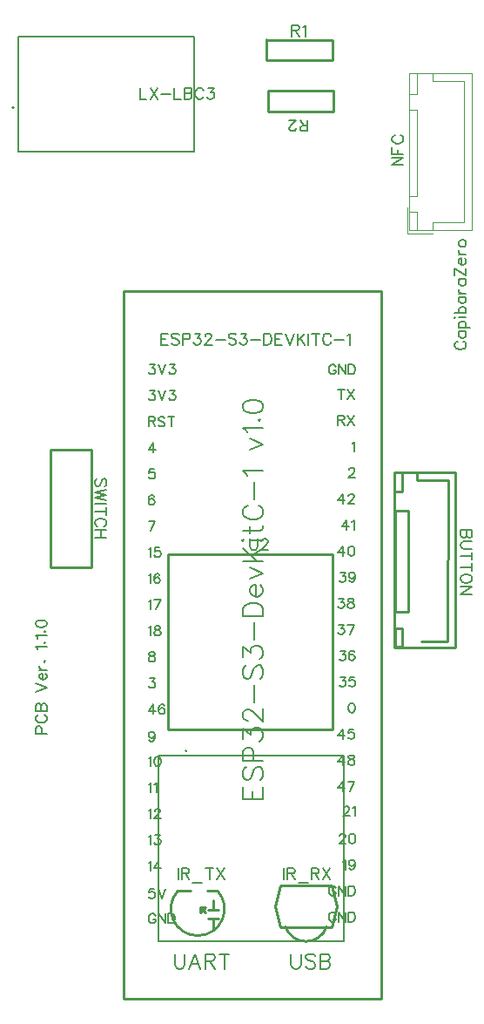
<source format=gto>
G04 Layer: TopSilkscreenLayer*
G04 EasyEDA v6.5.40, 2024-06-27 16:13:32*
G04 1bb4523bb94a4e3199f7f8869f766872,df7e7e3c38a3447abd37b529b333d242,10*
G04 Gerber Generator version 0.2*
G04 Scale: 100 percent, Rotated: No, Reflected: No *
G04 Dimensions in millimeters *
G04 leading zeros omitted , absolute positions ,4 integer and 5 decimal *
%FSLAX45Y45*%
%MOMM*%

%ADD10C,0.1524*%
%ADD11C,0.2032*%
%ADD12C,0.2000*%
%ADD13C,0.2540*%
%ADD14C,0.1200*%
%ADD15C,0.1600*%
%ADD16C,0.0119*%

%LPD*%
D10*
X4800091Y6961378D02*
G01*
X4789677Y6956044D01*
X4779263Y6945629D01*
X4774184Y6935470D01*
X4774184Y6914642D01*
X4779263Y6904228D01*
X4789677Y6893813D01*
X4800091Y6888479D01*
X4815840Y6883400D01*
X4841747Y6883400D01*
X4857241Y6888479D01*
X4867656Y6893813D01*
X4878070Y6904228D01*
X4883150Y6914642D01*
X4883150Y6935470D01*
X4878070Y6945629D01*
X4867656Y6956044D01*
X4857241Y6961378D01*
X4810506Y7057897D02*
G01*
X4883150Y7057897D01*
X4826000Y7057897D02*
G01*
X4815840Y7047484D01*
X4810506Y7037070D01*
X4810506Y7021576D01*
X4815840Y7011162D01*
X4826000Y7000747D01*
X4841747Y6995668D01*
X4852161Y6995668D01*
X4867656Y7000747D01*
X4878070Y7011162D01*
X4883150Y7021576D01*
X4883150Y7037070D01*
X4878070Y7047484D01*
X4867656Y7057897D01*
X4810506Y7092187D02*
G01*
X4919725Y7092187D01*
X4826000Y7092187D02*
G01*
X4815840Y7102602D01*
X4810506Y7113015D01*
X4810506Y7128510D01*
X4815840Y7138923D01*
X4826000Y7149337D01*
X4841747Y7154671D01*
X4852161Y7154671D01*
X4867656Y7149337D01*
X4878070Y7138923D01*
X4883150Y7128510D01*
X4883150Y7113015D01*
X4878070Y7102602D01*
X4867656Y7092187D01*
X4774184Y7188962D02*
G01*
X4779263Y7194042D01*
X4774184Y7199376D01*
X4768850Y7194042D01*
X4774184Y7188962D01*
X4810506Y7194042D02*
G01*
X4883150Y7194042D01*
X4774184Y7233665D02*
G01*
X4883150Y7233665D01*
X4826000Y7233665D02*
G01*
X4815840Y7244079D01*
X4810506Y7254239D01*
X4810506Y7269987D01*
X4815840Y7280402D01*
X4826000Y7290815D01*
X4841747Y7295895D01*
X4852161Y7295895D01*
X4867656Y7290815D01*
X4878070Y7280402D01*
X4883150Y7269987D01*
X4883150Y7254239D01*
X4878070Y7244079D01*
X4867656Y7233665D01*
X4810506Y7392670D02*
G01*
X4883150Y7392670D01*
X4826000Y7392670D02*
G01*
X4815840Y7382255D01*
X4810506Y7371842D01*
X4810506Y7356094D01*
X4815840Y7345679D01*
X4826000Y7335520D01*
X4841747Y7330186D01*
X4852161Y7330186D01*
X4867656Y7335520D01*
X4878070Y7345679D01*
X4883150Y7356094D01*
X4883150Y7371842D01*
X4878070Y7382255D01*
X4867656Y7392670D01*
X4810506Y7426960D02*
G01*
X4883150Y7426960D01*
X4841747Y7426960D02*
G01*
X4826000Y7432039D01*
X4815840Y7442454D01*
X4810506Y7452868D01*
X4810506Y7468362D01*
X4810506Y7565136D02*
G01*
X4883150Y7565136D01*
X4826000Y7565136D02*
G01*
X4815840Y7554721D01*
X4810506Y7544308D01*
X4810506Y7528560D01*
X4815840Y7518400D01*
X4826000Y7507986D01*
X4841747Y7502652D01*
X4852161Y7502652D01*
X4867656Y7507986D01*
X4878070Y7518400D01*
X4883150Y7528560D01*
X4883150Y7544308D01*
X4878070Y7554721D01*
X4867656Y7565136D01*
X4774184Y7672070D02*
G01*
X4883150Y7599426D01*
X4774184Y7599426D02*
G01*
X4774184Y7672070D01*
X4883150Y7599426D02*
G01*
X4883150Y7672070D01*
X4841747Y7706360D02*
G01*
X4841747Y7768589D01*
X4831334Y7768589D01*
X4820920Y7763510D01*
X4815840Y7758429D01*
X4810506Y7748015D01*
X4810506Y7732268D01*
X4815840Y7721854D01*
X4826000Y7711439D01*
X4841747Y7706360D01*
X4852161Y7706360D01*
X4867656Y7711439D01*
X4878070Y7721854D01*
X4883150Y7732268D01*
X4883150Y7748015D01*
X4878070Y7758429D01*
X4867656Y7768589D01*
X4810506Y7802879D02*
G01*
X4883150Y7802879D01*
X4841747Y7802879D02*
G01*
X4826000Y7808213D01*
X4815840Y7818628D01*
X4810506Y7829042D01*
X4810506Y7844536D01*
X4810506Y7904734D02*
G01*
X4815840Y7894320D01*
X4826000Y7884160D01*
X4841747Y7878826D01*
X4852161Y7878826D01*
X4867656Y7884160D01*
X4878070Y7894320D01*
X4883150Y7904734D01*
X4883150Y7920481D01*
X4878070Y7930895D01*
X4867656Y7941310D01*
X4852161Y7946389D01*
X4841747Y7946389D01*
X4826000Y7941310D01*
X4815840Y7930895D01*
X4810506Y7920481D01*
X4810506Y7904734D01*
X697484Y3149600D02*
G01*
X806450Y3149600D01*
X697484Y3149600D02*
G01*
X697484Y3196336D01*
X702563Y3211829D01*
X707897Y3217163D01*
X718312Y3222244D01*
X733805Y3222244D01*
X744220Y3217163D01*
X749300Y3211829D01*
X754634Y3196336D01*
X754634Y3149600D01*
X723392Y3334512D02*
G01*
X712978Y3329431D01*
X702563Y3319018D01*
X697484Y3308604D01*
X697484Y3287776D01*
X702563Y3277362D01*
X712978Y3266947D01*
X723392Y3261868D01*
X739139Y3256534D01*
X765047Y3256534D01*
X780542Y3261868D01*
X790955Y3266947D01*
X801370Y3277362D01*
X806450Y3287776D01*
X806450Y3308604D01*
X801370Y3319018D01*
X790955Y3329431D01*
X780542Y3334512D01*
X697484Y3368802D02*
G01*
X806450Y3368802D01*
X697484Y3368802D02*
G01*
X697484Y3415537D01*
X702563Y3431286D01*
X707897Y3436365D01*
X718312Y3441700D01*
X728726Y3441700D01*
X739139Y3436365D01*
X744220Y3431286D01*
X749300Y3415537D01*
X749300Y3368802D02*
G01*
X749300Y3415537D01*
X754634Y3431286D01*
X759713Y3436365D01*
X770128Y3441700D01*
X785876Y3441700D01*
X796289Y3436365D01*
X801370Y3431286D01*
X806450Y3415537D01*
X806450Y3368802D01*
X697484Y3556000D02*
G01*
X806450Y3597402D01*
X697484Y3639057D02*
G01*
X806450Y3597402D01*
X765047Y3673347D02*
G01*
X765047Y3735578D01*
X754634Y3735578D01*
X744220Y3730497D01*
X739139Y3725163D01*
X733805Y3714750D01*
X733805Y3699255D01*
X739139Y3688842D01*
X749300Y3678428D01*
X765047Y3673347D01*
X775462Y3673347D01*
X790955Y3678428D01*
X801370Y3688842D01*
X806450Y3699255D01*
X806450Y3714750D01*
X801370Y3725163D01*
X790955Y3735578D01*
X733805Y3769868D02*
G01*
X806450Y3769868D01*
X765047Y3769868D02*
G01*
X749300Y3775202D01*
X739139Y3785615D01*
X733805Y3796029D01*
X733805Y3811523D01*
X780542Y3850894D02*
G01*
X785876Y3845813D01*
X790955Y3850894D01*
X785876Y3856228D01*
X780542Y3850894D01*
X718312Y3970528D02*
G01*
X712978Y3980942D01*
X697484Y3996436D01*
X806450Y3996436D01*
X780542Y4036060D02*
G01*
X785876Y4030726D01*
X790955Y4036060D01*
X785876Y4041139D01*
X780542Y4036060D01*
X718312Y4075429D02*
G01*
X712978Y4085844D01*
X697484Y4101337D01*
X806450Y4101337D01*
X780542Y4140962D02*
G01*
X785876Y4135628D01*
X790955Y4140962D01*
X785876Y4146042D01*
X780542Y4140962D01*
X697484Y4211573D02*
G01*
X702563Y4196079D01*
X718312Y4185665D01*
X744220Y4180331D01*
X759713Y4180331D01*
X785876Y4185665D01*
X801370Y4196079D01*
X806450Y4211573D01*
X806450Y4221987D01*
X801370Y4237481D01*
X785876Y4247895D01*
X759713Y4253229D01*
X744220Y4253229D01*
X718312Y4247895D01*
X702563Y4237481D01*
X697484Y4221987D01*
X697484Y4211573D01*
X1714500Y9424415D02*
G01*
X1714500Y9315450D01*
X1714500Y9315450D02*
G01*
X1776729Y9315450D01*
X1811020Y9424415D02*
G01*
X1883918Y9315450D01*
X1883918Y9424415D02*
G01*
X1811020Y9315450D01*
X1918207Y9362186D02*
G01*
X2011679Y9362186D01*
X2045970Y9424415D02*
G01*
X2045970Y9315450D01*
X2045970Y9315450D02*
G01*
X2108200Y9315450D01*
X2142490Y9424415D02*
G01*
X2142490Y9315450D01*
X2142490Y9424415D02*
G01*
X2189479Y9424415D01*
X2204974Y9419336D01*
X2210054Y9414002D01*
X2215388Y9403587D01*
X2215388Y9393174D01*
X2210054Y9382760D01*
X2204974Y9377679D01*
X2189479Y9372600D01*
X2142490Y9372600D02*
G01*
X2189479Y9372600D01*
X2204974Y9367265D01*
X2210054Y9362186D01*
X2215388Y9351771D01*
X2215388Y9336024D01*
X2210054Y9325610D01*
X2204974Y9320529D01*
X2189479Y9315450D01*
X2142490Y9315450D01*
X2327656Y9398508D02*
G01*
X2322322Y9408921D01*
X2311908Y9419336D01*
X2301493Y9424415D01*
X2280920Y9424415D01*
X2270506Y9419336D01*
X2260091Y9408921D01*
X2254758Y9398508D01*
X2249677Y9382760D01*
X2249677Y9356852D01*
X2254758Y9341358D01*
X2260091Y9330944D01*
X2270506Y9320529D01*
X2280920Y9315450D01*
X2301493Y9315450D01*
X2311908Y9320529D01*
X2322322Y9330944D01*
X2327656Y9341358D01*
X2372359Y9424415D02*
G01*
X2429509Y9424415D01*
X2398268Y9382760D01*
X2413761Y9382760D01*
X2424175Y9377679D01*
X2429509Y9372600D01*
X2434590Y9356852D01*
X2434590Y9346437D01*
X2429509Y9330944D01*
X2419095Y9320529D01*
X2403347Y9315450D01*
X2387854Y9315450D01*
X2372359Y9320529D01*
X2367025Y9325610D01*
X2361945Y9336024D01*
X2781300Y5042915D02*
G01*
X2781300Y4964937D01*
X2786379Y4949444D01*
X2796793Y4939029D01*
X2812541Y4933950D01*
X2822956Y4933950D01*
X2838450Y4939029D01*
X2848863Y4949444D01*
X2853943Y4964937D01*
X2853943Y5042915D01*
X2893568Y5017007D02*
G01*
X2893568Y5022087D01*
X2898647Y5032502D01*
X2903981Y5037836D01*
X2914395Y5042915D01*
X2934970Y5042915D01*
X2945384Y5037836D01*
X2950718Y5032502D01*
X2955797Y5022087D01*
X2955797Y5011673D01*
X2950718Y5001260D01*
X2940304Y4985765D01*
X2888234Y4933950D01*
X2961131Y4933950D01*
X3187700Y10034015D02*
G01*
X3187700Y9925050D01*
X3187700Y10034015D02*
G01*
X3234436Y10034015D01*
X3249929Y10028936D01*
X3255263Y10023602D01*
X3260343Y10013187D01*
X3260343Y10002774D01*
X3255263Y9992360D01*
X3249929Y9987279D01*
X3234436Y9982200D01*
X3187700Y9982200D01*
X3224022Y9982200D02*
G01*
X3260343Y9925050D01*
X3294634Y10013187D02*
G01*
X3305047Y10018521D01*
X3320795Y10034015D01*
X3320795Y9925050D01*
X3340100Y9003284D02*
G01*
X3340100Y9112250D01*
X3340100Y9003284D02*
G01*
X3293363Y9003284D01*
X3277870Y9008363D01*
X3272536Y9013697D01*
X3267456Y9024112D01*
X3267456Y9034526D01*
X3272536Y9044939D01*
X3277870Y9050020D01*
X3293363Y9055100D01*
X3340100Y9055100D01*
X3303777Y9055100D02*
G01*
X3267456Y9112250D01*
X3227831Y9029192D02*
G01*
X3227831Y9024112D01*
X3222752Y9013697D01*
X3217418Y9008363D01*
X3207004Y9003284D01*
X3186429Y9003284D01*
X3176015Y9008363D01*
X3170681Y9013697D01*
X3165602Y9024112D01*
X3165602Y9034526D01*
X3170681Y9044939D01*
X3181095Y9060434D01*
X3233165Y9112250D01*
X3160268Y9112250D01*
X2082800Y1842515D02*
G01*
X2082800Y1733550D01*
X2117090Y1842515D02*
G01*
X2117090Y1733550D01*
X2117090Y1842515D02*
G01*
X2163825Y1842515D01*
X2179320Y1837436D01*
X2184654Y1832102D01*
X2189734Y1821687D01*
X2189734Y1811273D01*
X2184654Y1800860D01*
X2179320Y1795779D01*
X2163825Y1790700D01*
X2117090Y1790700D01*
X2153411Y1790700D02*
G01*
X2189734Y1733550D01*
X2224024Y1696973D02*
G01*
X2317750Y1696973D01*
X2388361Y1842515D02*
G01*
X2388361Y1733550D01*
X2352040Y1842515D02*
G01*
X2424684Y1842515D01*
X2458974Y1842515D02*
G01*
X2531618Y1733550D01*
X2531618Y1842515D02*
G01*
X2458974Y1733550D01*
X4941315Y5125491D02*
G01*
X4832350Y5125491D01*
X4941315Y5125491D02*
G01*
X4941315Y5078755D01*
X4936236Y5063261D01*
X4930902Y5057927D01*
X4920488Y5052847D01*
X4910074Y5052847D01*
X4899659Y5057927D01*
X4894579Y5063261D01*
X4889500Y5078755D01*
X4889500Y5125491D02*
G01*
X4889500Y5078755D01*
X4884165Y5063261D01*
X4879086Y5057927D01*
X4868672Y5052847D01*
X4852924Y5052847D01*
X4842509Y5057927D01*
X4837429Y5063261D01*
X4832350Y5078755D01*
X4832350Y5125491D01*
X4941315Y5018557D02*
G01*
X4863338Y5018557D01*
X4847843Y5013223D01*
X4837429Y5002809D01*
X4832350Y4987315D01*
X4832350Y4976901D01*
X4837429Y4961407D01*
X4847843Y4950993D01*
X4863338Y4945659D01*
X4941315Y4945659D01*
X4941315Y4875047D02*
G01*
X4832350Y4875047D01*
X4941315Y4911369D02*
G01*
X4941315Y4838725D01*
X4941315Y4768113D02*
G01*
X4832350Y4768113D01*
X4941315Y4804435D02*
G01*
X4941315Y4731791D01*
X4941315Y4666259D02*
G01*
X4936236Y4676673D01*
X4925822Y4687087D01*
X4915408Y4692167D01*
X4899659Y4697501D01*
X4873752Y4697501D01*
X4858258Y4692167D01*
X4847843Y4687087D01*
X4837429Y4676673D01*
X4832350Y4666259D01*
X4832350Y4645431D01*
X4837429Y4635017D01*
X4847843Y4624603D01*
X4858258Y4619523D01*
X4873752Y4614189D01*
X4899659Y4614189D01*
X4915408Y4619523D01*
X4925822Y4624603D01*
X4936236Y4635017D01*
X4941315Y4645431D01*
X4941315Y4666259D01*
X4941315Y4579899D02*
G01*
X4832350Y4579899D01*
X4941315Y4579899D02*
G01*
X4832350Y4507255D01*
X4941315Y4507255D02*
G01*
X4832350Y4507255D01*
X1917801Y7037908D02*
G01*
X1917801Y6928688D01*
X1917801Y7037908D02*
G01*
X1985365Y7037908D01*
X1917801Y6985838D02*
G01*
X1959203Y6985838D01*
X1917801Y6928688D02*
G01*
X1985365Y6928688D01*
X2092299Y7022160D02*
G01*
X2081885Y7032574D01*
X2066391Y7037908D01*
X2045563Y7037908D01*
X2029815Y7032574D01*
X2019655Y7022160D01*
X2019655Y7011746D01*
X2024735Y7001586D01*
X2029815Y6996252D01*
X2040229Y6991172D01*
X2071471Y6980758D01*
X2081885Y6975424D01*
X2086965Y6970344D01*
X2092299Y6959930D01*
X2092299Y6944436D01*
X2081885Y6934022D01*
X2066391Y6928688D01*
X2045563Y6928688D01*
X2029815Y6934022D01*
X2019655Y6944436D01*
X2126589Y7037908D02*
G01*
X2126589Y6928688D01*
X2126589Y7037908D02*
G01*
X2173325Y7037908D01*
X2188819Y7032574D01*
X2194153Y7027494D01*
X2199233Y7017080D01*
X2199233Y7001586D01*
X2194153Y6991172D01*
X2188819Y6985838D01*
X2173325Y6980758D01*
X2126589Y6980758D01*
X2243937Y7037908D02*
G01*
X2301087Y7037908D01*
X2269845Y6996252D01*
X2285593Y6996252D01*
X2296007Y6991172D01*
X2301087Y6985838D01*
X2306421Y6970344D01*
X2306421Y6959930D01*
X2301087Y6944436D01*
X2290673Y6934022D01*
X2275179Y6928688D01*
X2259685Y6928688D01*
X2243937Y6934022D01*
X2238857Y6939102D01*
X2233523Y6949516D01*
X2345791Y7011746D02*
G01*
X2345791Y7017080D01*
X2351125Y7027494D01*
X2356205Y7032574D01*
X2366619Y7037908D01*
X2387447Y7037908D01*
X2397861Y7032574D01*
X2402941Y7027494D01*
X2408275Y7017080D01*
X2408275Y7006666D01*
X2402941Y6996252D01*
X2392527Y6980758D01*
X2340711Y6928688D01*
X2413355Y6928688D01*
X2447645Y6975424D02*
G01*
X2541117Y6975424D01*
X2648305Y7022160D02*
G01*
X2637891Y7032574D01*
X2622143Y7037908D01*
X2601315Y7037908D01*
X2585821Y7032574D01*
X2575407Y7022160D01*
X2575407Y7011746D01*
X2580741Y7001586D01*
X2585821Y6996252D01*
X2596235Y6991172D01*
X2627477Y6980758D01*
X2637891Y6975424D01*
X2642971Y6970344D01*
X2648305Y6959930D01*
X2648305Y6944436D01*
X2637891Y6934022D01*
X2622143Y6928688D01*
X2601315Y6928688D01*
X2585821Y6934022D01*
X2575407Y6944436D01*
X2692755Y7037908D02*
G01*
X2749905Y7037908D01*
X2718917Y6996252D01*
X2734411Y6996252D01*
X2744825Y6991172D01*
X2749905Y6985838D01*
X2755239Y6970344D01*
X2755239Y6959930D01*
X2749905Y6944436D01*
X2739745Y6934022D01*
X2723997Y6928688D01*
X2708503Y6928688D01*
X2692755Y6934022D01*
X2687675Y6939102D01*
X2682595Y6949516D01*
X2789529Y6975424D02*
G01*
X2883001Y6975424D01*
X2917291Y7037908D02*
G01*
X2917291Y6928688D01*
X2917291Y7037908D02*
G01*
X2953613Y7037908D01*
X2969361Y7032574D01*
X2979775Y7022160D01*
X2984855Y7011746D01*
X2989935Y6996252D01*
X2989935Y6970344D01*
X2984855Y6954596D01*
X2979775Y6944436D01*
X2969361Y6934022D01*
X2953613Y6928688D01*
X2917291Y6928688D01*
X3024225Y7037908D02*
G01*
X3024225Y6928688D01*
X3024225Y7037908D02*
G01*
X3091789Y7037908D01*
X3024225Y6985838D02*
G01*
X3065881Y6985838D01*
X3024225Y6928688D02*
G01*
X3091789Y6928688D01*
X3126079Y7037908D02*
G01*
X3167735Y6928688D01*
X3209391Y7037908D02*
G01*
X3167735Y6928688D01*
X3243681Y7037908D02*
G01*
X3243681Y6928688D01*
X3316325Y7037908D02*
G01*
X3243681Y6965010D01*
X3269589Y6991172D02*
G01*
X3316325Y6928688D01*
X3350615Y7037908D02*
G01*
X3350615Y6928688D01*
X3421227Y7037908D02*
G01*
X3421227Y6928688D01*
X3384905Y7037908D02*
G01*
X3457549Y7037908D01*
X3569817Y7011746D02*
G01*
X3564737Y7022160D01*
X3554323Y7032574D01*
X3543909Y7037908D01*
X3523081Y7037908D01*
X3512667Y7032574D01*
X3502253Y7022160D01*
X3497173Y7011746D01*
X3491839Y6996252D01*
X3491839Y6970344D01*
X3497173Y6954596D01*
X3502253Y6944436D01*
X3512667Y6934022D01*
X3523081Y6928688D01*
X3543909Y6928688D01*
X3554323Y6934022D01*
X3564737Y6944436D01*
X3569817Y6954596D01*
X3604107Y6975424D02*
G01*
X3697579Y6975424D01*
X3731869Y7017080D02*
G01*
X3742283Y7022160D01*
X3758031Y7037908D01*
X3758031Y6928688D01*
D11*
X2716027Y2514610D02*
G01*
X2909829Y2514610D01*
X2716027Y2514610D02*
G01*
X2716027Y2634752D01*
X2808229Y2514610D02*
G01*
X2808229Y2588524D01*
X2909829Y2514610D02*
G01*
X2909829Y2634752D01*
X2743713Y2824998D02*
G01*
X2725171Y2806456D01*
X2716027Y2778770D01*
X2716027Y2741940D01*
X2725171Y2714000D01*
X2743713Y2695712D01*
X2762255Y2695712D01*
X2780543Y2704856D01*
X2789941Y2714000D01*
X2799085Y2732542D01*
X2817627Y2787914D01*
X2826771Y2806456D01*
X2835915Y2815600D01*
X2854457Y2824998D01*
X2882143Y2824998D01*
X2900685Y2806456D01*
X2909829Y2778770D01*
X2909829Y2741940D01*
X2900685Y2714000D01*
X2882143Y2695712D01*
X2716027Y2885958D02*
G01*
X2909829Y2885958D01*
X2716027Y2885958D02*
G01*
X2716027Y2969016D01*
X2725171Y2996702D01*
X2734315Y3006100D01*
X2752857Y3015244D01*
X2780543Y3015244D01*
X2799085Y3006100D01*
X2808229Y2996702D01*
X2817627Y2969016D01*
X2817627Y2885958D01*
X2716027Y3094746D02*
G01*
X2716027Y3196346D01*
X2789941Y3140720D01*
X2789941Y3168660D01*
X2799085Y3186948D01*
X2808229Y3196346D01*
X2835915Y3205490D01*
X2854457Y3205490D01*
X2882143Y3196346D01*
X2900685Y3177804D01*
X2909829Y3150118D01*
X2909829Y3122432D01*
X2900685Y3094746D01*
X2891541Y3085348D01*
X2872999Y3076204D01*
X2762255Y3275594D02*
G01*
X2752857Y3275594D01*
X2734315Y3284992D01*
X2725171Y3294136D01*
X2716027Y3312678D01*
X2716027Y3349508D01*
X2725171Y3368050D01*
X2734315Y3377194D01*
X2752857Y3386592D01*
X2771399Y3386592D01*
X2789941Y3377194D01*
X2817627Y3358906D01*
X2909829Y3266450D01*
X2909829Y3395736D01*
X2826771Y3456696D02*
G01*
X2826771Y3623066D01*
X2743713Y3813312D02*
G01*
X2725171Y3794770D01*
X2716027Y3767084D01*
X2716027Y3730000D01*
X2725171Y3702314D01*
X2743713Y3684026D01*
X2762255Y3684026D01*
X2780543Y3693170D01*
X2789941Y3702314D01*
X2799085Y3720856D01*
X2817627Y3776228D01*
X2826771Y3794770D01*
X2835915Y3803914D01*
X2854457Y3813312D01*
X2882143Y3813312D01*
X2900685Y3794770D01*
X2909829Y3767084D01*
X2909829Y3730000D01*
X2900685Y3702314D01*
X2882143Y3684026D01*
X2716027Y3892560D02*
G01*
X2716027Y3994160D01*
X2789941Y3938788D01*
X2789941Y3966474D01*
X2799085Y3985016D01*
X2808229Y3994160D01*
X2835915Y4003558D01*
X2854457Y4003558D01*
X2882143Y3994160D01*
X2900685Y3975872D01*
X2909829Y3948186D01*
X2909829Y3920500D01*
X2900685Y3892560D01*
X2891541Y3883416D01*
X2872999Y3874272D01*
X2826771Y4064518D02*
G01*
X2826771Y4230634D01*
X2716027Y4291594D02*
G01*
X2909829Y4291594D01*
X2716027Y4291594D02*
G01*
X2716027Y4356364D01*
X2725171Y4384050D01*
X2743713Y4402592D01*
X2762255Y4411736D01*
X2789941Y4420880D01*
X2835915Y4420880D01*
X2863855Y4411736D01*
X2882143Y4402592D01*
X2900685Y4384050D01*
X2909829Y4356364D01*
X2909829Y4291594D01*
X2835915Y4481840D02*
G01*
X2835915Y4592838D01*
X2817627Y4592838D01*
X2799085Y4583440D01*
X2789941Y4574296D01*
X2780543Y4555754D01*
X2780543Y4528068D01*
X2789941Y4509780D01*
X2808229Y4491238D01*
X2835915Y4481840D01*
X2854457Y4481840D01*
X2882143Y4491238D01*
X2900685Y4509780D01*
X2909829Y4528068D01*
X2909829Y4555754D01*
X2900685Y4574296D01*
X2882143Y4592838D01*
X2780543Y4653798D02*
G01*
X2909829Y4709170D01*
X2780543Y4764542D02*
G01*
X2909829Y4709170D01*
X2716027Y4825502D02*
G01*
X2909829Y4825502D01*
X2716027Y4954788D02*
G01*
X2845313Y4825502D01*
X2799085Y4871730D02*
G01*
X2909829Y4954788D01*
X2716027Y5015748D02*
G01*
X2725171Y5025146D01*
X2716027Y5034290D01*
X2706629Y5025146D01*
X2716027Y5015748D01*
X2780543Y5025146D02*
G01*
X2909829Y5025146D01*
X2716027Y5122936D02*
G01*
X2872999Y5122936D01*
X2900685Y5132080D01*
X2909829Y5150622D01*
X2909829Y5169164D01*
X2780543Y5095250D02*
G01*
X2780543Y5160020D01*
X2762255Y5368554D02*
G01*
X2743713Y5359410D01*
X2725171Y5340868D01*
X2716027Y5322580D01*
X2716027Y5285496D01*
X2725171Y5266954D01*
X2743713Y5248666D01*
X2762255Y5239268D01*
X2789941Y5230124D01*
X2835915Y5230124D01*
X2863855Y5239268D01*
X2882143Y5248666D01*
X2900685Y5266954D01*
X2909829Y5285496D01*
X2909829Y5322580D01*
X2900685Y5340868D01*
X2882143Y5359410D01*
X2863855Y5368554D01*
X2826771Y5429514D02*
G01*
X2826771Y5595884D01*
X2752857Y5656844D02*
G01*
X2743713Y5675386D01*
X2716027Y5703072D01*
X2909829Y5703072D01*
X2780543Y5906272D02*
G01*
X2909829Y5961644D01*
X2780543Y6017016D02*
G01*
X2909829Y5961644D01*
X2752857Y6077976D02*
G01*
X2743713Y6096518D01*
X2716027Y6124204D01*
X2909829Y6124204D01*
X2863855Y6194308D02*
G01*
X2872999Y6185164D01*
X2882143Y6194308D01*
X2872999Y6203706D01*
X2863855Y6194308D01*
X2716027Y6320038D02*
G01*
X2725171Y6292352D01*
X2752857Y6273810D01*
X2799085Y6264666D01*
X2826771Y6264666D01*
X2872999Y6273810D01*
X2900685Y6292352D01*
X2909829Y6320038D01*
X2909829Y6338580D01*
X2900685Y6366266D01*
X2872999Y6384554D01*
X2826771Y6393952D01*
X2799085Y6393952D01*
X2752857Y6384554D01*
X2725171Y6366266D01*
X2716027Y6338580D01*
X2716027Y6320038D01*
D12*
X1805939Y6737324D02*
G01*
X1855978Y6737324D01*
X1828545Y6701002D01*
X1842262Y6701002D01*
X1851405Y6696430D01*
X1855978Y6691858D01*
X1860550Y6678396D01*
X1860550Y6669252D01*
X1855978Y6655536D01*
X1846834Y6646392D01*
X1833118Y6641820D01*
X1819402Y6641820D01*
X1805939Y6646392D01*
X1801368Y6650964D01*
X1796795Y6660108D01*
X1890521Y6737324D02*
G01*
X1926844Y6641820D01*
X1963165Y6737324D02*
G01*
X1926844Y6641820D01*
X2002281Y6737324D02*
G01*
X2052320Y6737324D01*
X2024888Y6701002D01*
X2038604Y6701002D01*
X2047747Y6696430D01*
X2052320Y6691858D01*
X2056891Y6678396D01*
X2056891Y6669252D01*
X2052320Y6655536D01*
X2043175Y6646392D01*
X2029459Y6641820D01*
X2015997Y6641820D01*
X2002281Y6646392D01*
X1997709Y6650964D01*
X1993138Y6660108D01*
X1805939Y6483324D02*
G01*
X1855978Y6483324D01*
X1828545Y6447002D01*
X1842262Y6447002D01*
X1851405Y6442430D01*
X1855978Y6437858D01*
X1860550Y6424396D01*
X1860550Y6415252D01*
X1855978Y6401536D01*
X1846834Y6392392D01*
X1833118Y6387820D01*
X1819402Y6387820D01*
X1805939Y6392392D01*
X1801368Y6396964D01*
X1796795Y6406108D01*
X1890521Y6483324D02*
G01*
X1926844Y6387820D01*
X1963165Y6483324D02*
G01*
X1926844Y6387820D01*
X2002281Y6483324D02*
G01*
X2052320Y6483324D01*
X2024888Y6447002D01*
X2038604Y6447002D01*
X2047747Y6442430D01*
X2052320Y6437858D01*
X2056891Y6424396D01*
X2056891Y6415252D01*
X2052320Y6401536D01*
X2043175Y6392392D01*
X2029459Y6387820D01*
X2015997Y6387820D01*
X2002281Y6392392D01*
X1997709Y6396964D01*
X1993138Y6406108D01*
X1842262Y5975324D02*
G01*
X1796795Y5911824D01*
X1864868Y5911824D01*
X1842262Y5975324D02*
G01*
X1842262Y5879820D01*
X1851405Y5721324D02*
G01*
X1805939Y5721324D01*
X1801368Y5680430D01*
X1805939Y5685002D01*
X1819402Y5689574D01*
X1833118Y5689574D01*
X1846834Y5685002D01*
X1855978Y5675858D01*
X1860550Y5662396D01*
X1860550Y5653252D01*
X1855978Y5639536D01*
X1846834Y5630392D01*
X1833118Y5625820D01*
X1819402Y5625820D01*
X1805939Y5630392D01*
X1801368Y5634964D01*
X1796795Y5644108D01*
X1851405Y5453862D02*
G01*
X1846834Y5462752D01*
X1833118Y5467324D01*
X1823973Y5467324D01*
X1810512Y5462752D01*
X1801368Y5449290D01*
X1796795Y5426430D01*
X1796795Y5403824D01*
X1801368Y5385536D01*
X1810512Y5376392D01*
X1823973Y5371820D01*
X1828545Y5371820D01*
X1842262Y5376392D01*
X1851405Y5385536D01*
X1855978Y5399252D01*
X1855978Y5403824D01*
X1851405Y5417286D01*
X1842262Y5426430D01*
X1828545Y5431002D01*
X1823973Y5431002D01*
X1810512Y5426430D01*
X1801368Y5417286D01*
X1796795Y5403824D01*
X1860550Y5213324D02*
G01*
X1815084Y5117820D01*
X1796795Y5213324D02*
G01*
X1860550Y5213324D01*
X1796795Y4941290D02*
G01*
X1805939Y4945862D01*
X1819402Y4959324D01*
X1819402Y4863820D01*
X1903984Y4959324D02*
G01*
X1858518Y4959324D01*
X1853945Y4918430D01*
X1858518Y4923002D01*
X1872234Y4927574D01*
X1885950Y4927574D01*
X1899412Y4923002D01*
X1908555Y4913858D01*
X1913128Y4900396D01*
X1913128Y4891252D01*
X1908555Y4877536D01*
X1899412Y4868392D01*
X1885950Y4863820D01*
X1872234Y4863820D01*
X1858518Y4868392D01*
X1853945Y4872964D01*
X1849628Y4882108D01*
X1796795Y4687290D02*
G01*
X1805939Y4691862D01*
X1819402Y4705324D01*
X1819402Y4609820D01*
X1903984Y4691862D02*
G01*
X1899412Y4700752D01*
X1885950Y4705324D01*
X1876805Y4705324D01*
X1863089Y4700752D01*
X1853945Y4687290D01*
X1849628Y4664430D01*
X1849628Y4641824D01*
X1853945Y4623536D01*
X1863089Y4614392D01*
X1876805Y4609820D01*
X1881378Y4609820D01*
X1895094Y4614392D01*
X1903984Y4623536D01*
X1908555Y4637252D01*
X1908555Y4641824D01*
X1903984Y4655286D01*
X1895094Y4664430D01*
X1881378Y4669002D01*
X1876805Y4669002D01*
X1863089Y4664430D01*
X1853945Y4655286D01*
X1849628Y4641824D01*
X1796795Y4433290D02*
G01*
X1805939Y4437862D01*
X1819402Y4451324D01*
X1819402Y4355820D01*
X1913128Y4451324D02*
G01*
X1867662Y4355820D01*
X1849628Y4451324D02*
G01*
X1913128Y4451324D01*
X1796795Y4179290D02*
G01*
X1805939Y4183862D01*
X1819402Y4197324D01*
X1819402Y4101820D01*
X1872234Y4197324D02*
G01*
X1858518Y4192752D01*
X1853945Y4183862D01*
X1853945Y4174718D01*
X1858518Y4165574D01*
X1867662Y4161002D01*
X1885950Y4156430D01*
X1899412Y4151858D01*
X1908555Y4142968D01*
X1913128Y4133824D01*
X1913128Y4120108D01*
X1908555Y4110964D01*
X1903984Y4106392D01*
X1890521Y4101820D01*
X1872234Y4101820D01*
X1858518Y4106392D01*
X1853945Y4110964D01*
X1849628Y4120108D01*
X1849628Y4133824D01*
X1853945Y4142968D01*
X1863089Y4151858D01*
X1876805Y4156430D01*
X1895094Y4161002D01*
X1903984Y4165574D01*
X1908555Y4174718D01*
X1908555Y4183862D01*
X1903984Y4192752D01*
X1890521Y4197324D01*
X1872234Y4197324D01*
X1819402Y3943324D02*
G01*
X1805939Y3938752D01*
X1801368Y3929862D01*
X1801368Y3920718D01*
X1805939Y3911574D01*
X1815084Y3907002D01*
X1833118Y3902430D01*
X1846834Y3897858D01*
X1855978Y3888968D01*
X1860550Y3879824D01*
X1860550Y3866108D01*
X1855978Y3856964D01*
X1851405Y3852392D01*
X1837689Y3847820D01*
X1819402Y3847820D01*
X1805939Y3852392D01*
X1801368Y3856964D01*
X1796795Y3866108D01*
X1796795Y3879824D01*
X1801368Y3888968D01*
X1810512Y3897858D01*
X1823973Y3902430D01*
X1842262Y3907002D01*
X1851405Y3911574D01*
X1855978Y3920718D01*
X1855978Y3929862D01*
X1851405Y3938752D01*
X1837689Y3943324D01*
X1819402Y3943324D01*
X1805939Y3689324D02*
G01*
X1855978Y3689324D01*
X1828545Y3653002D01*
X1842262Y3653002D01*
X1851405Y3648430D01*
X1855978Y3643858D01*
X1860550Y3630396D01*
X1860550Y3621252D01*
X1855978Y3607536D01*
X1846834Y3598392D01*
X1833118Y3593820D01*
X1819402Y3593820D01*
X1805939Y3598392D01*
X1801368Y3602964D01*
X1796795Y3612108D01*
X1842262Y3435324D02*
G01*
X1796795Y3371824D01*
X1864868Y3371824D01*
X1842262Y3435324D02*
G01*
X1842262Y3339820D01*
X1949450Y3421862D02*
G01*
X1944877Y3430752D01*
X1931415Y3435324D01*
X1922271Y3435324D01*
X1908555Y3430752D01*
X1899412Y3417290D01*
X1895094Y3394430D01*
X1895094Y3371824D01*
X1899412Y3353536D01*
X1908555Y3344392D01*
X1922271Y3339820D01*
X1926844Y3339820D01*
X1940559Y3344392D01*
X1949450Y3353536D01*
X1954022Y3367252D01*
X1954022Y3371824D01*
X1949450Y3385286D01*
X1940559Y3394430D01*
X1926844Y3399002D01*
X1922271Y3399002D01*
X1908555Y3394430D01*
X1899412Y3385286D01*
X1895094Y3371824D01*
X1855978Y3136874D02*
G01*
X1851405Y3123158D01*
X1842262Y3114268D01*
X1828545Y3109696D01*
X1823973Y3109696D01*
X1810512Y3114268D01*
X1801368Y3123158D01*
X1796795Y3136874D01*
X1796795Y3141446D01*
X1801368Y3155162D01*
X1810512Y3164052D01*
X1823973Y3168624D01*
X1828545Y3168624D01*
X1842262Y3164052D01*
X1851405Y3155162D01*
X1855978Y3136874D01*
X1855978Y3114268D01*
X1851405Y3091408D01*
X1842262Y3077692D01*
X1828545Y3073374D01*
X1819402Y3073374D01*
X1805939Y3077692D01*
X1801368Y3086836D01*
X1796795Y2909290D02*
G01*
X1805939Y2913862D01*
X1819402Y2927324D01*
X1819402Y2832074D01*
X1876805Y2927324D02*
G01*
X1863089Y2922752D01*
X1853945Y2909290D01*
X1849628Y2886430D01*
X1849628Y2872968D01*
X1853945Y2850108D01*
X1863089Y2836392D01*
X1876805Y2832074D01*
X1885950Y2832074D01*
X1899412Y2836392D01*
X1908555Y2850108D01*
X1913128Y2872968D01*
X1913128Y2886430D01*
X1908555Y2909290D01*
X1899412Y2922752D01*
X1885950Y2927324D01*
X1876805Y2927324D01*
X1796795Y2655290D02*
G01*
X1805939Y2659862D01*
X1819402Y2673324D01*
X1819402Y2578074D01*
X1849628Y2655290D02*
G01*
X1858518Y2659862D01*
X1872234Y2673324D01*
X1872234Y2578074D01*
X1796795Y2401290D02*
G01*
X1805939Y2405862D01*
X1819402Y2419324D01*
X1819402Y2324074D01*
X1853945Y2396718D02*
G01*
X1853945Y2401290D01*
X1858518Y2410434D01*
X1863089Y2414752D01*
X1872234Y2419324D01*
X1890521Y2419324D01*
X1899412Y2414752D01*
X1903984Y2410434D01*
X1908555Y2401290D01*
X1908555Y2392146D01*
X1903984Y2383002D01*
X1895094Y2369286D01*
X1849628Y2324074D01*
X1913128Y2324074D01*
X1796795Y2147290D02*
G01*
X1805939Y2151862D01*
X1819402Y2165324D01*
X1819402Y2070074D01*
X1858518Y2165324D02*
G01*
X1908555Y2165324D01*
X1881378Y2129002D01*
X1895094Y2129002D01*
X1903984Y2124430D01*
X1908555Y2119858D01*
X1913128Y2106396D01*
X1913128Y2097252D01*
X1908555Y2083536D01*
X1899412Y2074392D01*
X1885950Y2070074D01*
X1872234Y2070074D01*
X1858518Y2074392D01*
X1853945Y2078964D01*
X1849628Y2088108D01*
X1796795Y1893290D02*
G01*
X1805939Y1897862D01*
X1819402Y1911324D01*
X1819402Y1816074D01*
X1895094Y1911324D02*
G01*
X1849628Y1847824D01*
X1917700Y1847824D01*
X1895094Y1911324D02*
G01*
X1895094Y1816074D01*
X1851405Y1644624D02*
G01*
X1805939Y1644624D01*
X1801368Y1603730D01*
X1805939Y1608302D01*
X1819402Y1612874D01*
X1833118Y1612874D01*
X1846834Y1608302D01*
X1855978Y1599158D01*
X1860550Y1585696D01*
X1860550Y1576552D01*
X1855978Y1562836D01*
X1846834Y1553692D01*
X1833118Y1549374D01*
X1819402Y1549374D01*
X1805939Y1553692D01*
X1801368Y1558264D01*
X1796795Y1567408D01*
X1890521Y1644624D02*
G01*
X1926844Y1549374D01*
X1963165Y1644624D02*
G01*
X1926844Y1549374D01*
X1864868Y1380718D02*
G01*
X1860550Y1389862D01*
X1851405Y1398752D01*
X1842262Y1403324D01*
X1823973Y1403324D01*
X1815084Y1398752D01*
X1805939Y1389862D01*
X1801368Y1380718D01*
X1796795Y1367002D01*
X1796795Y1344396D01*
X1801368Y1330680D01*
X1805939Y1321536D01*
X1815084Y1312392D01*
X1823973Y1308074D01*
X1842262Y1308074D01*
X1851405Y1312392D01*
X1860550Y1321536D01*
X1864868Y1330680D01*
X1864868Y1344396D01*
X1842262Y1344396D02*
G01*
X1864868Y1344396D01*
X1895094Y1403324D02*
G01*
X1895094Y1308074D01*
X1895094Y1403324D02*
G01*
X1958593Y1308074D01*
X1958593Y1403324D02*
G01*
X1958593Y1308074D01*
X1988565Y1403324D02*
G01*
X1988565Y1308074D01*
X1988565Y1403324D02*
G01*
X2020315Y1403324D01*
X2034031Y1398752D01*
X2043175Y1389862D01*
X2047747Y1380718D01*
X2052320Y1367002D01*
X2052320Y1344396D01*
X2047747Y1330680D01*
X2043175Y1321536D01*
X2034031Y1312392D01*
X2020315Y1308074D01*
X1988565Y1308074D01*
X1796795Y6229324D02*
G01*
X1796795Y6133820D01*
X1796795Y6229324D02*
G01*
X1837689Y6229324D01*
X1851405Y6224752D01*
X1855978Y6220180D01*
X1860550Y6211290D01*
X1860550Y6202146D01*
X1855978Y6193002D01*
X1851405Y6188430D01*
X1837689Y6183858D01*
X1796795Y6183858D01*
X1828545Y6183858D02*
G01*
X1860550Y6133820D01*
X1954022Y6215862D02*
G01*
X1944877Y6224752D01*
X1931415Y6229324D01*
X1913128Y6229324D01*
X1899412Y6224752D01*
X1890521Y6215862D01*
X1890521Y6206718D01*
X1895094Y6197574D01*
X1899412Y6193002D01*
X1908555Y6188430D01*
X1935988Y6179286D01*
X1944877Y6174968D01*
X1949450Y6170396D01*
X1954022Y6161252D01*
X1954022Y6147536D01*
X1944877Y6138392D01*
X1931415Y6133820D01*
X1913128Y6133820D01*
X1899412Y6138392D01*
X1890521Y6147536D01*
X2015997Y6229324D02*
G01*
X2015997Y6133820D01*
X1983993Y6229324D02*
G01*
X2047747Y6229324D01*
X3617468Y6714718D02*
G01*
X3613150Y6723862D01*
X3604006Y6732752D01*
X3594861Y6737324D01*
X3576574Y6737324D01*
X3567684Y6732752D01*
X3558540Y6723862D01*
X3553968Y6714718D01*
X3549395Y6701002D01*
X3549395Y6678396D01*
X3553968Y6664680D01*
X3558540Y6655536D01*
X3567684Y6646392D01*
X3576574Y6641820D01*
X3594861Y6641820D01*
X3604006Y6646392D01*
X3613150Y6655536D01*
X3617468Y6664680D01*
X3617468Y6678396D01*
X3594861Y6678396D02*
G01*
X3617468Y6678396D01*
X3647693Y6737324D02*
G01*
X3647693Y6641820D01*
X3647693Y6737324D02*
G01*
X3711193Y6641820D01*
X3711193Y6737324D02*
G01*
X3711193Y6641820D01*
X3741165Y6737324D02*
G01*
X3741165Y6641820D01*
X3741165Y6737324D02*
G01*
X3772915Y6737324D01*
X3786631Y6732752D01*
X3795775Y6723862D01*
X3800347Y6714718D01*
X3804920Y6701002D01*
X3804920Y6678396D01*
X3800347Y6664680D01*
X3795775Y6655536D01*
X3786631Y6646392D01*
X3772915Y6641820D01*
X3741165Y6641820D01*
X3670045Y6496024D02*
G01*
X3670045Y6400520D01*
X3638295Y6496024D02*
G01*
X3702050Y6496024D01*
X3732022Y6496024D02*
G01*
X3795522Y6400520D01*
X3795522Y6496024D02*
G01*
X3732022Y6400520D01*
X3638295Y6242024D02*
G01*
X3638295Y6146520D01*
X3638295Y6242024D02*
G01*
X3679190Y6242024D01*
X3692906Y6237452D01*
X3697477Y6232880D01*
X3702050Y6223990D01*
X3702050Y6214846D01*
X3697477Y6205702D01*
X3692906Y6201130D01*
X3679190Y6196558D01*
X3638295Y6196558D01*
X3670045Y6196558D02*
G01*
X3702050Y6146520D01*
X3732022Y6242024D02*
G01*
X3795522Y6146520D01*
X3795522Y6242024D02*
G01*
X3732022Y6146520D01*
X3777995Y5969990D02*
G01*
X3787140Y5974562D01*
X3800602Y5988024D01*
X3800602Y5892520D01*
X3744468Y5711418D02*
G01*
X3744468Y5715990D01*
X3749040Y5724880D01*
X3753611Y5729452D01*
X3762502Y5734024D01*
X3780790Y5734024D01*
X3789934Y5729452D01*
X3794506Y5724880D01*
X3799077Y5715990D01*
X3799077Y5706846D01*
X3794506Y5697702D01*
X3785361Y5683986D01*
X3739895Y5638520D01*
X3803650Y5638520D01*
X3683761Y5480024D02*
G01*
X3638295Y5416524D01*
X3706368Y5416524D01*
X3683761Y5480024D02*
G01*
X3683761Y5384520D01*
X3740911Y5457418D02*
G01*
X3740911Y5461990D01*
X3745484Y5470880D01*
X3750056Y5475452D01*
X3759200Y5480024D01*
X3777488Y5480024D01*
X3786377Y5475452D01*
X3790950Y5470880D01*
X3795522Y5461990D01*
X3795522Y5452846D01*
X3790950Y5443702D01*
X3781806Y5429986D01*
X3736593Y5384520D01*
X3800093Y5384520D01*
X3721861Y5226024D02*
G01*
X3676395Y5162524D01*
X3744468Y5162524D01*
X3721861Y5226024D02*
G01*
X3721861Y5130520D01*
X3774693Y5207990D02*
G01*
X3783584Y5212562D01*
X3797300Y5226024D01*
X3797300Y5130520D01*
X3683761Y4972024D02*
G01*
X3638295Y4908524D01*
X3706368Y4908524D01*
X3683761Y4972024D02*
G01*
X3683761Y4876520D01*
X3763772Y4972024D02*
G01*
X3750056Y4967452D01*
X3740911Y4953990D01*
X3736593Y4931130D01*
X3736593Y4917668D01*
X3740911Y4894808D01*
X3750056Y4881092D01*
X3763772Y4876520D01*
X3772915Y4876520D01*
X3786377Y4881092D01*
X3795522Y4894808D01*
X3800093Y4917668D01*
X3800093Y4931130D01*
X3795522Y4953990D01*
X3786377Y4967452D01*
X3772915Y4972024D01*
X3763772Y4972024D01*
X3660140Y4718024D02*
G01*
X3710177Y4718024D01*
X3682745Y4681702D01*
X3696461Y4681702D01*
X3705606Y4677130D01*
X3710177Y4672558D01*
X3714750Y4659096D01*
X3714750Y4649952D01*
X3710177Y4636236D01*
X3701034Y4627092D01*
X3687318Y4622520D01*
X3673602Y4622520D01*
X3660140Y4627092D01*
X3655568Y4631664D01*
X3650995Y4640808D01*
X3803650Y4686274D02*
G01*
X3799077Y4672558D01*
X3790188Y4663668D01*
X3776472Y4659096D01*
X3771900Y4659096D01*
X3758184Y4663668D01*
X3749293Y4672558D01*
X3744722Y4686274D01*
X3744722Y4690846D01*
X3749293Y4704562D01*
X3758184Y4713452D01*
X3771900Y4718024D01*
X3776472Y4718024D01*
X3790188Y4713452D01*
X3799077Y4704562D01*
X3803650Y4686274D01*
X3803650Y4663668D01*
X3799077Y4640808D01*
X3790188Y4627092D01*
X3776472Y4622520D01*
X3767327Y4622520D01*
X3753611Y4627092D01*
X3749293Y4636236D01*
X3647440Y4464024D02*
G01*
X3697477Y4464024D01*
X3670045Y4427702D01*
X3683761Y4427702D01*
X3692906Y4423130D01*
X3697477Y4418558D01*
X3702050Y4405096D01*
X3702050Y4395952D01*
X3697477Y4382236D01*
X3688334Y4373092D01*
X3674618Y4368520D01*
X3660902Y4368520D01*
X3647440Y4373092D01*
X3642868Y4377664D01*
X3638295Y4386808D01*
X3754627Y4464024D02*
G01*
X3740911Y4459452D01*
X3736593Y4450562D01*
X3736593Y4441418D01*
X3740911Y4432274D01*
X3750056Y4427702D01*
X3768343Y4423130D01*
X3781806Y4418558D01*
X3790950Y4409668D01*
X3795522Y4400524D01*
X3795522Y4386808D01*
X3790950Y4377664D01*
X3786377Y4373092D01*
X3772915Y4368520D01*
X3754627Y4368520D01*
X3740911Y4373092D01*
X3736593Y4377664D01*
X3732022Y4386808D01*
X3732022Y4400524D01*
X3736593Y4409668D01*
X3745484Y4418558D01*
X3759200Y4423130D01*
X3777488Y4427702D01*
X3786377Y4432274D01*
X3790950Y4441418D01*
X3790950Y4450562D01*
X3786377Y4459452D01*
X3772915Y4464024D01*
X3754627Y4464024D01*
X3647440Y4210024D02*
G01*
X3697477Y4210024D01*
X3670045Y4173702D01*
X3683761Y4173702D01*
X3692906Y4169130D01*
X3697477Y4164558D01*
X3702050Y4151096D01*
X3702050Y4141952D01*
X3697477Y4128236D01*
X3688334Y4119092D01*
X3674618Y4114520D01*
X3660902Y4114520D01*
X3647440Y4119092D01*
X3642868Y4123664D01*
X3638295Y4132808D01*
X3795522Y4210024D02*
G01*
X3750056Y4114520D01*
X3732022Y4210024D02*
G01*
X3795522Y4210024D01*
X3660140Y3956024D02*
G01*
X3710177Y3956024D01*
X3682745Y3919702D01*
X3696461Y3919702D01*
X3705606Y3915130D01*
X3710177Y3910558D01*
X3714750Y3897096D01*
X3714750Y3887952D01*
X3710177Y3874236D01*
X3701034Y3865092D01*
X3687318Y3860520D01*
X3673602Y3860520D01*
X3660140Y3865092D01*
X3655568Y3869664D01*
X3650995Y3878808D01*
X3799077Y3942562D02*
G01*
X3794506Y3951452D01*
X3781043Y3956024D01*
X3771900Y3956024D01*
X3758184Y3951452D01*
X3749293Y3937990D01*
X3744722Y3915130D01*
X3744722Y3892524D01*
X3749293Y3874236D01*
X3758184Y3865092D01*
X3771900Y3860520D01*
X3776472Y3860520D01*
X3790188Y3865092D01*
X3799077Y3874236D01*
X3803650Y3887952D01*
X3803650Y3892524D01*
X3799077Y3905986D01*
X3790188Y3915130D01*
X3776472Y3919702D01*
X3771900Y3919702D01*
X3758184Y3915130D01*
X3749293Y3905986D01*
X3744722Y3892524D01*
X3660140Y3702024D02*
G01*
X3710177Y3702024D01*
X3682745Y3665702D01*
X3696461Y3665702D01*
X3705606Y3661130D01*
X3710177Y3656558D01*
X3714750Y3643096D01*
X3714750Y3633952D01*
X3710177Y3620236D01*
X3701034Y3611092D01*
X3687318Y3606520D01*
X3673602Y3606520D01*
X3660140Y3611092D01*
X3655568Y3615664D01*
X3650995Y3624808D01*
X3799077Y3702024D02*
G01*
X3753611Y3702024D01*
X3749293Y3661130D01*
X3753611Y3665702D01*
X3767327Y3670274D01*
X3781043Y3670274D01*
X3794506Y3665702D01*
X3803650Y3656558D01*
X3808222Y3643096D01*
X3808222Y3633952D01*
X3803650Y3620236D01*
X3794506Y3611092D01*
X3781043Y3606520D01*
X3767327Y3606520D01*
X3753611Y3611092D01*
X3749293Y3615664D01*
X3744722Y3624808D01*
X3767074Y3448024D02*
G01*
X3753611Y3443452D01*
X3744468Y3429990D01*
X3739895Y3407130D01*
X3739895Y3393668D01*
X3744468Y3370808D01*
X3753611Y3357092D01*
X3767074Y3352774D01*
X3776218Y3352774D01*
X3789934Y3357092D01*
X3799077Y3370808D01*
X3803650Y3393668D01*
X3803650Y3407130D01*
X3799077Y3429990D01*
X3789934Y3443452D01*
X3776218Y3448024D01*
X3767074Y3448024D01*
X3683761Y3194024D02*
G01*
X3638295Y3130524D01*
X3706368Y3130524D01*
X3683761Y3194024D02*
G01*
X3683761Y3098774D01*
X3790950Y3194024D02*
G01*
X3745484Y3194024D01*
X3740911Y3153130D01*
X3745484Y3157702D01*
X3759200Y3162274D01*
X3772915Y3162274D01*
X3786377Y3157702D01*
X3795522Y3148558D01*
X3800093Y3135096D01*
X3800093Y3125952D01*
X3795522Y3112236D01*
X3786377Y3103092D01*
X3772915Y3098774D01*
X3759200Y3098774D01*
X3745484Y3103092D01*
X3740911Y3107664D01*
X3736593Y3116808D01*
X3683761Y2940024D02*
G01*
X3638295Y2876524D01*
X3706368Y2876524D01*
X3683761Y2940024D02*
G01*
X3683761Y2844774D01*
X3759200Y2940024D02*
G01*
X3745484Y2935452D01*
X3740911Y2926562D01*
X3740911Y2917418D01*
X3745484Y2908274D01*
X3754627Y2903702D01*
X3772915Y2899130D01*
X3786377Y2894558D01*
X3795522Y2885668D01*
X3800093Y2876524D01*
X3800093Y2862808D01*
X3795522Y2853664D01*
X3790950Y2849092D01*
X3777488Y2844774D01*
X3759200Y2844774D01*
X3745484Y2849092D01*
X3740911Y2853664D01*
X3736593Y2862808D01*
X3736593Y2876524D01*
X3740911Y2885668D01*
X3750056Y2894558D01*
X3763772Y2899130D01*
X3781806Y2903702D01*
X3790950Y2908274D01*
X3795522Y2917418D01*
X3795522Y2926562D01*
X3790950Y2935452D01*
X3777488Y2940024D01*
X3759200Y2940024D01*
X3683761Y2686024D02*
G01*
X3638295Y2622524D01*
X3706368Y2622524D01*
X3683761Y2686024D02*
G01*
X3683761Y2590774D01*
X3800093Y2686024D02*
G01*
X3754627Y2590774D01*
X3736593Y2686024D02*
G01*
X3800093Y2686024D01*
X3693668Y2422118D02*
G01*
X3693668Y2426690D01*
X3698240Y2435834D01*
X3702811Y2440152D01*
X3711702Y2444724D01*
X3729990Y2444724D01*
X3739134Y2440152D01*
X3743706Y2435834D01*
X3748277Y2426690D01*
X3748277Y2417546D01*
X3743706Y2408402D01*
X3734561Y2394686D01*
X3689095Y2349474D01*
X3752850Y2349474D01*
X3782822Y2426690D02*
G01*
X3791711Y2431262D01*
X3805427Y2444724D01*
X3805427Y2349474D01*
X3655568Y2155418D02*
G01*
X3655568Y2159990D01*
X3660140Y2169134D01*
X3664711Y2173452D01*
X3673602Y2178024D01*
X3691890Y2178024D01*
X3701034Y2173452D01*
X3705606Y2169134D01*
X3710177Y2159990D01*
X3710177Y2150846D01*
X3705606Y2141702D01*
X3696461Y2127986D01*
X3650995Y2082774D01*
X3714750Y2082774D01*
X3771900Y2178024D02*
G01*
X3758184Y2173452D01*
X3749293Y2159990D01*
X3744722Y2137130D01*
X3744722Y2123668D01*
X3749293Y2100808D01*
X3758184Y2087092D01*
X3771900Y2082774D01*
X3781043Y2082774D01*
X3794506Y2087092D01*
X3803650Y2100808D01*
X3808222Y2123668D01*
X3808222Y2137130D01*
X3803650Y2159990D01*
X3794506Y2173452D01*
X3781043Y2178024D01*
X3771900Y2178024D01*
X3689095Y1905990D02*
G01*
X3698240Y1910562D01*
X3711702Y1924024D01*
X3711702Y1828774D01*
X3800856Y1892274D02*
G01*
X3796284Y1878558D01*
X3787393Y1869668D01*
X3773677Y1865096D01*
X3769106Y1865096D01*
X3755390Y1869668D01*
X3746245Y1878558D01*
X3741927Y1892274D01*
X3741927Y1896846D01*
X3746245Y1910562D01*
X3755390Y1919452D01*
X3769106Y1924024D01*
X3773677Y1924024D01*
X3787393Y1919452D01*
X3796284Y1910562D01*
X3800856Y1892274D01*
X3800856Y1869668D01*
X3796284Y1846808D01*
X3787393Y1833092D01*
X3773677Y1828774D01*
X3764534Y1828774D01*
X3750818Y1833092D01*
X3746245Y1842236D01*
X3617468Y1647418D02*
G01*
X3613150Y1656562D01*
X3604006Y1665452D01*
X3594861Y1670024D01*
X3576574Y1670024D01*
X3567684Y1665452D01*
X3558540Y1656562D01*
X3553968Y1647418D01*
X3549395Y1633702D01*
X3549395Y1611096D01*
X3553968Y1597380D01*
X3558540Y1588236D01*
X3567684Y1579092D01*
X3576574Y1574774D01*
X3594861Y1574774D01*
X3604006Y1579092D01*
X3613150Y1588236D01*
X3617468Y1597380D01*
X3617468Y1611096D01*
X3594861Y1611096D02*
G01*
X3617468Y1611096D01*
X3647693Y1670024D02*
G01*
X3647693Y1574774D01*
X3647693Y1670024D02*
G01*
X3711193Y1574774D01*
X3711193Y1670024D02*
G01*
X3711193Y1574774D01*
X3741165Y1670024D02*
G01*
X3741165Y1574774D01*
X3741165Y1670024D02*
G01*
X3772915Y1670024D01*
X3786631Y1665452D01*
X3795775Y1656562D01*
X3800347Y1647418D01*
X3804920Y1633702D01*
X3804920Y1611096D01*
X3800347Y1597380D01*
X3795775Y1588236D01*
X3786631Y1579092D01*
X3772915Y1574774D01*
X3741165Y1574774D01*
X3617468Y1393418D02*
G01*
X3613150Y1402562D01*
X3604006Y1411452D01*
X3594861Y1416024D01*
X3576574Y1416024D01*
X3567684Y1411452D01*
X3558540Y1402562D01*
X3553968Y1393418D01*
X3549395Y1379702D01*
X3549395Y1357096D01*
X3553968Y1343380D01*
X3558540Y1334236D01*
X3567684Y1325092D01*
X3576574Y1320774D01*
X3594861Y1320774D01*
X3604006Y1325092D01*
X3613150Y1334236D01*
X3617468Y1343380D01*
X3617468Y1357096D01*
X3594861Y1357096D02*
G01*
X3617468Y1357096D01*
X3647693Y1416024D02*
G01*
X3647693Y1320774D01*
X3647693Y1416024D02*
G01*
X3711193Y1320774D01*
X3711193Y1416024D02*
G01*
X3711193Y1320774D01*
X3741165Y1416024D02*
G01*
X3741165Y1320774D01*
X3741165Y1416024D02*
G01*
X3772915Y1416024D01*
X3786631Y1411452D01*
X3795775Y1402562D01*
X3800347Y1393418D01*
X3804920Y1379702D01*
X3804920Y1357096D01*
X3800347Y1343380D01*
X3795775Y1334236D01*
X3786631Y1325092D01*
X3772915Y1320774D01*
X3741165Y1320774D01*
X2050795Y1009370D02*
G01*
X2050795Y907008D01*
X2057654Y886688D01*
X2071370Y872972D01*
X2091690Y866114D01*
X2105406Y866114D01*
X2125725Y872972D01*
X2139441Y886688D01*
X2146300Y907008D01*
X2146300Y1009370D01*
X2245868Y1009370D02*
G01*
X2191258Y866114D01*
X2245868Y1009370D02*
G01*
X2300224Y866114D01*
X2211831Y913866D02*
G01*
X2279904Y913866D01*
X2345436Y1009370D02*
G01*
X2345436Y866114D01*
X2345436Y1009370D02*
G01*
X2406650Y1009370D01*
X2427224Y1002512D01*
X2434081Y995654D01*
X2440686Y982192D01*
X2440686Y968476D01*
X2434081Y954760D01*
X2427224Y947902D01*
X2406650Y941298D01*
X2345436Y941298D01*
X2393188Y941298D02*
G01*
X2440686Y866114D01*
X2533650Y1009370D02*
G01*
X2533650Y866114D01*
X2485897Y1009370D02*
G01*
X2581147Y1009370D01*
X3181095Y1009370D02*
G01*
X3181095Y907008D01*
X3187954Y886688D01*
X3201670Y872972D01*
X3221990Y866114D01*
X3235706Y866114D01*
X3256025Y872972D01*
X3269741Y886688D01*
X3276600Y907008D01*
X3276600Y1009370D01*
X3417061Y988796D02*
G01*
X3403345Y1002512D01*
X3383025Y1009370D01*
X3355593Y1009370D01*
X3335274Y1002512D01*
X3321558Y988796D01*
X3321558Y975334D01*
X3328415Y961618D01*
X3335274Y954760D01*
X3348736Y947902D01*
X3389629Y934440D01*
X3403345Y927582D01*
X3410204Y920724D01*
X3417061Y907008D01*
X3417061Y886688D01*
X3403345Y872972D01*
X3383025Y866114D01*
X3355593Y866114D01*
X3335274Y872972D01*
X3321558Y886688D01*
X3462020Y1009370D02*
G01*
X3462020Y866114D01*
X3462020Y1009370D02*
G01*
X3523488Y1009370D01*
X3543808Y1002512D01*
X3550665Y995654D01*
X3557524Y982192D01*
X3557524Y968476D01*
X3550665Y954760D01*
X3543808Y947902D01*
X3523488Y941298D01*
X3462020Y941298D02*
G01*
X3523488Y941298D01*
X3543808Y934440D01*
X3550665Y927582D01*
X3557524Y913866D01*
X3557524Y893546D01*
X3550665Y879830D01*
X3543808Y872972D01*
X3523488Y866114D01*
X3462020Y866114D01*
D10*
X3111500Y1842515D02*
G01*
X3111500Y1733550D01*
X3145790Y1842515D02*
G01*
X3145790Y1733550D01*
X3145790Y1842515D02*
G01*
X3192525Y1842515D01*
X3208020Y1837436D01*
X3213354Y1832102D01*
X3218434Y1821687D01*
X3218434Y1811273D01*
X3213354Y1800860D01*
X3208020Y1795779D01*
X3192525Y1790700D01*
X3145790Y1790700D01*
X3182111Y1790700D02*
G01*
X3218434Y1733550D01*
X3252724Y1696973D02*
G01*
X3346450Y1696973D01*
X3380740Y1842515D02*
G01*
X3380740Y1733550D01*
X3380740Y1842515D02*
G01*
X3427475Y1842515D01*
X3442970Y1837436D01*
X3448050Y1832102D01*
X3453384Y1821687D01*
X3453384Y1811273D01*
X3448050Y1800860D01*
X3442970Y1795779D01*
X3427475Y1790700D01*
X3380740Y1790700D01*
X3417061Y1790700D02*
G01*
X3453384Y1733550D01*
X3487674Y1842515D02*
G01*
X3560318Y1733550D01*
X3560318Y1842515D02*
G01*
X3487674Y1733550D01*
X4164584Y8674100D02*
G01*
X4273550Y8674100D01*
X4164584Y8674100D02*
G01*
X4273550Y8746744D01*
X4164584Y8746744D02*
G01*
X4273550Y8746744D01*
X4164584Y8781034D02*
G01*
X4273550Y8781034D01*
X4164584Y8781034D02*
G01*
X4164584Y8848597D01*
X4216400Y8781034D02*
G01*
X4216400Y8822689D01*
X4190491Y8960865D02*
G01*
X4180077Y8955786D01*
X4169663Y8945371D01*
X4164584Y8934958D01*
X4164584Y8914129D01*
X4169663Y8903715D01*
X4180077Y8893302D01*
X4190491Y8888221D01*
X4206240Y8882887D01*
X4232147Y8882887D01*
X4247641Y8888221D01*
X4258056Y8893302D01*
X4268470Y8903715D01*
X4273550Y8914129D01*
X4273550Y8934958D01*
X4268470Y8945371D01*
X4258056Y8955786D01*
X4247641Y8960865D01*
X1369821Y5553455D02*
G01*
X1380236Y5563870D01*
X1385315Y5579363D01*
X1385315Y5600192D01*
X1380236Y5615686D01*
X1369821Y5626100D01*
X1359407Y5626100D01*
X1348994Y5621020D01*
X1343660Y5615686D01*
X1338579Y5605271D01*
X1328165Y5574029D01*
X1323086Y5563870D01*
X1317752Y5558536D01*
X1307337Y5553455D01*
X1291844Y5553455D01*
X1281429Y5563870D01*
X1276350Y5579363D01*
X1276350Y5600192D01*
X1281429Y5615686D01*
X1291844Y5626100D01*
X1385315Y5519165D02*
G01*
X1276350Y5493004D01*
X1385315Y5467095D02*
G01*
X1276350Y5493004D01*
X1385315Y5467095D02*
G01*
X1276350Y5441187D01*
X1385315Y5415279D02*
G01*
X1276350Y5441187D01*
X1385315Y5380989D02*
G01*
X1276350Y5380989D01*
X1385315Y5310123D02*
G01*
X1276350Y5310123D01*
X1385315Y5346700D02*
G01*
X1385315Y5273802D01*
X1359407Y5161534D02*
G01*
X1369821Y5166868D01*
X1380236Y5177281D01*
X1385315Y5187695D01*
X1385315Y5208270D01*
X1380236Y5218684D01*
X1369821Y5229097D01*
X1359407Y5234431D01*
X1343660Y5239512D01*
X1317752Y5239512D01*
X1302257Y5234431D01*
X1291844Y5229097D01*
X1281429Y5218684D01*
X1276350Y5208270D01*
X1276350Y5187695D01*
X1281429Y5177281D01*
X1291844Y5166868D01*
X1302257Y5161534D01*
X1385315Y5127244D02*
G01*
X1276350Y5127244D01*
X1385315Y5054600D02*
G01*
X1276350Y5054600D01*
X1333500Y5127244D02*
G01*
X1333500Y5054600D01*
X526694Y9917506D02*
G01*
X2241905Y9917506D01*
X2241905Y8959519D01*
X2241905Y8802293D01*
X526694Y8802293D01*
X526694Y9917506D01*
D13*
X1981301Y4888611D02*
G01*
X3581298Y4888611D01*
X3581298Y3188614D01*
X1981301Y3188614D01*
X1981301Y4888611D01*
X3573099Y9690097D02*
G01*
X2943097Y9690097D01*
X3583940Y9890757D02*
G01*
X3583940Y9690762D01*
X2943859Y9890760D02*
G01*
X3573861Y9890760D01*
X2943859Y9692637D02*
G01*
X2943859Y9892639D01*
X2967400Y9398002D02*
G01*
X3597402Y9398002D01*
X2956559Y9197342D02*
G01*
X2956559Y9397337D01*
X3596640Y9197339D02*
G01*
X2966638Y9197339D01*
X3596640Y9395462D02*
G01*
X3596640Y9195460D01*
X2372359Y1356360D02*
G01*
X2423159Y1356360D01*
X2473959Y1356360D01*
X2372359Y1435100D02*
G01*
X2423159Y1435100D01*
X2473959Y1435100D01*
X2423159Y1435100D02*
G01*
X2423159Y1534160D01*
X2423159Y1254760D02*
G01*
X2423159Y1356360D01*
X2344420Y1414779D02*
G01*
X2293620Y1465579D01*
X2293620Y1414779D01*
X2344420Y1465579D01*
X2293620Y1465579D01*
X2082800Y1625600D02*
G01*
X2202179Y1625600D01*
X2463800Y1625600D02*
G01*
X2362200Y1625600D01*
X4445000Y4045991D02*
G01*
X4445000Y4045991D01*
X4699000Y4045991D01*
X4710988Y5609361D01*
X4409643Y5609361D01*
X4406468Y5677712D01*
X4781550Y5689980D02*
G01*
X4781550Y3989984D01*
X4186758Y3989984D01*
X4186758Y5689980D01*
X4781550Y5689980D01*
X4262729Y5685129D02*
G01*
X4262729Y5505221D01*
X4188637Y5505221D01*
X4188637Y5685129D01*
X4262729Y5685129D01*
X4318000Y5315991D02*
G01*
X4318000Y4335983D01*
X4192320Y4335983D01*
X4192320Y5315991D01*
X4318000Y5315991D01*
X4264990Y4172991D02*
G01*
X4264990Y3993083D01*
X4190898Y3993083D01*
X4190898Y4172991D01*
X4264990Y4172991D01*
X1550111Y7449286D02*
G01*
X4057395Y7449286D01*
X4057395Y578612D01*
X1550111Y578612D01*
X1550111Y7449286D01*
X3078479Y1270000D02*
G01*
X3027679Y1470660D01*
X3027679Y1470660D02*
G01*
X3078479Y1671320D01*
X3078479Y1671320D02*
G01*
X3576320Y1671320D01*
X3576320Y1671320D02*
G01*
X3627120Y1470660D01*
X3627120Y1470660D02*
G01*
X3576320Y1270000D01*
X3576320Y1270000D02*
G01*
X3528059Y1270000D01*
X3528059Y1270000D02*
G01*
X3126740Y1270000D01*
X3126740Y1270000D02*
G01*
X3078479Y1270000D01*
D10*
X3696616Y2934616D02*
G01*
X3696616Y1129380D01*
X1891380Y1129380D01*
X1891380Y2934616D01*
X3696616Y2934616D01*
D14*
X4330700Y9359900D02*
G01*
X4406900Y9359900D01*
X4406900Y9563100D01*
X4330700Y9563100D01*
X4330700Y9359900D01*
X4406900Y8039100D02*
G01*
X4330700Y8039100D01*
X4330700Y8216900D01*
X4406900Y8216900D01*
X4406900Y8039100D01*
X4940300Y8039100D01*
X4940300Y9563100D01*
X4330700Y9563100D01*
X4330700Y8039100D01*
X4330700Y8369300D02*
G01*
X4406900Y8369300D01*
X4406900Y9207500D01*
X4330700Y9207500D01*
X4330700Y8369300D01*
X4559300Y8039100D02*
G01*
X4559300Y8115300D01*
X4864100Y8115300D01*
X4864100Y9486900D01*
X4559300Y9486900D01*
X4559300Y9563100D01*
X4309618Y8258047D02*
G01*
X4309618Y8008112D01*
X4559808Y8008112D01*
D13*
X1241399Y5904992D02*
G01*
X1241399Y4763007D01*
X841400Y5904992D02*
G01*
X841400Y4763007D01*
X1241399Y5905500D02*
G01*
X841400Y5905500D01*
X1241399Y4763007D02*
G01*
X841400Y4763007D01*
G75*
G01*
X2463800Y1625600D02*
G02*
X2082800Y1625600I-190500J-177798D01*
G75*
G01*
X3127281Y1270541D02*
G03*
X3527280Y1270541I200000J75041D01*
D15*
G75*
G01
X486689Y9232900D02*
G03X486689Y9232900I-8001J0D01*
G75*
G01
X2167001Y2982620D02*
G03X2167001Y2982620I-8001J0D01*
M02*

</source>
